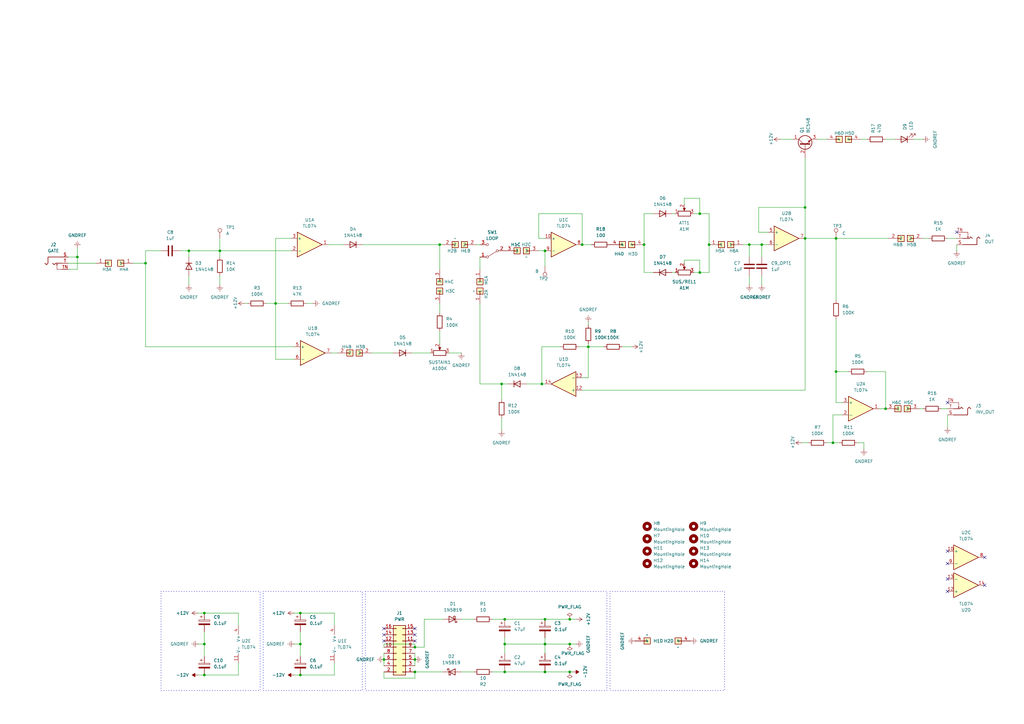
<source format=kicad_sch>
(kicad_sch (version 20230121) (generator eeschema)
  (paper "A3")
  (lib_symbols
    (symbol "Amplifier_Operational:TL074" (pin_names (offset 0.127))
      (property "Reference" "U" (at 0 5.08 0))
      (property "Value" "TL074" (at 0 -5.08 0))
      (symbol "TL074_1_1"
        (pin output line (at 7.62 0 180) (length 2.54) (name "~") (number "1"))
        (pin input line (at -7.62 -2.54 0) (length 2.54) (name "-") (number "2"))
        (pin input line (at -7.62 2.54 0) (length 2.54) (name "+") (number "3"))
      )
      (symbol "TL074_2_1"
        (pin input line (at -7.62 2.54 0) (length 2.54) (name "+") (number "5"))
        (pin input line (at -7.62 -2.54 0) (length 2.54) (name "-") (number "6"))
        (pin output line (at 7.62 0 180) (length 2.54) (name "~") (number "7"))
      )
      (symbol "TL074_3_1"
        (pin input line (at -7.62 2.54 0) (length 2.54) (name "+") (number "10"))
        (pin output line (at 7.62 0 180) (length 2.54) (name "~") (number "8"))
        (pin input line (at -7.62 -2.54 0) (length 2.54) (name "-") (number "9"))
      )
      (symbol "TL074_4_1"
        (pin input line (at -7.62 2.54 0) (length 2.54) (name "+") (number "12"))
        (pin input line (at -7.62 -2.54 0) (length 2.54) (name "-") (number "13"))
        (pin output line (at 7.62 0 180) (length 2.54) (name "~") (number "14"))
      )
      (symbol "TL074_5_1"
        (pin power_in line (at -2.54 -7.62 90) (length 3.81) (name "V-") (number "11"))
        (pin power_in line (at -2.54 7.62 270) (length 3.81) (name "V+") (number "4"))
      )
    )
    (symbol "Connector:TestPoint" (pin_numbers hide) (pin_names (offset 0.762) hide)
      (property "Reference" "TP" (at 0 6.858 0))
      (property "Value" "TestPoint" (at 0 5.08 0))
      (symbol "TestPoint_1_1"
        (pin passive line (at 0 0 90) (length 2.54) (name "1") (number "1"))
      )
    )
    (symbol "Device:C" (pin_numbers hide) (pin_names (offset 0.254))
      (property "Reference" "C" (at 0.635 2.54 0))
      (property "Value" "C" (at 0.635 -2.54 0))
      (symbol "C_1_1"
        (pin passive line (at 0 3.81 270) (length 2.794) (name "~") (number "1"))
        (pin passive line (at 0 -3.81 90) (length 2.794) (name "~") (number "2"))
      )
    )
    (symbol "Device:C_Polarized" (pin_numbers hide) (pin_names (offset 0.254))
      (property "Reference" "C" (at 0.635 2.54 0))
      (property "Value" "C_Polarized" (at 0.635 -2.54 0))
      (symbol "C_Polarized_1_1"
        (pin passive line (at 0 3.81 270) (length 2.794) (name "~") (number "1"))
        (pin passive line (at 0 -3.81 90) (length 2.794) (name "~") (number "2"))
      )
    )
    (symbol "Device:LED" (pin_numbers hide) (pin_names (offset 1.016) hide)
      (property "Reference" "D" (at 0 2.54 0))
      (property "Value" "LED" (at 0 -2.54 0))
      (symbol "LED_1_1"
        (pin passive line (at -3.81 0 0) (length 2.54) (name "K") (number "1"))
        (pin passive line (at 3.81 0 180) (length 2.54) (name "A") (number "2"))
      )
    )
    (symbol "Device:R" (pin_numbers hide) (pin_names (offset 0))
      (property "Reference" "R" (at 2.032 0 90))
      (property "Value" "R" (at 0 0 90))
      (symbol "R_1_1"
        (pin passive line (at 0 3.81 270) (length 1.27) (name "~") (number "1"))
        (pin passive line (at 0 -3.81 90) (length 1.27) (name "~") (number "2"))
      )
    )
    (symbol "Device:R_Potentiometer" (pin_names (offset 1.016) hide)
      (property "Reference" "RV" (at -4.445 0 90))
      (property "Value" "R_Potentiometer" (at -2.54 0 90))
      (symbol "R_Potentiometer_1_1"
        (pin passive line (at 0 3.81 270) (length 1.27) (name "1") (number "1"))
        (pin passive line (at 3.81 0 180) (length 1.27) (name "2") (number "2"))
        (pin passive line (at 0 -3.81 90) (length 1.27) (name "3") (number "3"))
      )
    )
    (symbol "Diode:1N4148" (pin_numbers hide) (pin_names hide)
      (property "Reference" "D" (at 0 2.54 0))
      (property "Value" "1N4148" (at 0 -2.54 0))
      (symbol "1N4148_1_1"
        (pin passive line (at -3.81 0 0) (length 2.54) (name "K") (number "1"))
        (pin passive line (at 3.81 0 180) (length 2.54) (name "A") (number "2"))
      )
    )
    (symbol "Diode:1N5819" (pin_numbers hide) (pin_names (offset 1.016) hide)
      (property "Reference" "D" (at 0 2.54 0))
      (property "Value" "1N5819" (at 0 -2.54 0))
      (symbol "1N5819_1_1"
        (pin passive line (at -3.81 0 0) (length 2.54) (name "K") (number "1"))
        (pin passive line (at 3.81 0 180) (length 2.54) (name "A") (number "2"))
      )
    )
    (symbol "Mechanical:MountingHole" (pin_names (offset 1.016))
      (property "Reference" "H" (at 0 5.08 0))
      (property "Value" "MountingHole" (at 0 3.175 0))
    )
    (symbol "Synth_Custom:AudioJack2_PJ398SM"
      (property "Reference" "J" (at 0 8.89 0))
      (property "Value" "AudioJack2_PJ398SM" (at 0 6.35 0))
      (symbol "AudioJack2_PJ398SM_1_1"
        (pin passive line (at 5.08 2.54 180) (length 2.54) (name "~") (number "S"))
        (pin passive line (at 5.08 0 180) (length 2.54) (name "~") (number "T"))
        (pin passive line (at 5.08 -2.54 180) (length 2.54) (name "~") (number "TN"))
      )
    )
    (symbol "Synth_Custom:CONN_Header_01x04"
      (property "Reference" "H" (at 2.54 0 0))
      (symbol "CONN_Header_01x04_1_1"
        (pin passive line (at -5.08 0 0) (length 3.81) (name "1") (number "1"))
      )
      (symbol "CONN_Header_01x04_2_1"
        (pin passive line (at -5.08 0 0) (length 3.81) (name "2") (number "2"))
      )
      (symbol "CONN_Header_01x04_3_1"
        (pin passive line (at -5.08 0 0) (length 3.81) (name "3") (number "3"))
      )
      (symbol "CONN_Header_01x04_4_1"
        (pin passive line (at -5.08 0 0) (length 3.81) (name "4") (number "4"))
      )
    )
    (symbol "Synth_Custom:CONN_Socket_01x04"
      (property "Reference" "H" (at 2.54 0 0))
      (symbol "CONN_Socket_01x04_1_1"
        (pin passive line (at -5.08 0 0) (length 3.81) (name "1") (number "1"))
      )
      (symbol "CONN_Socket_01x04_2_1"
        (pin passive line (at -5.08 0 0) (length 3.81) (name "2") (number "2"))
      )
      (symbol "CONN_Socket_01x04_3_1"
        (pin passive line (at -5.08 0 0) (length 3.81) (name "3") (number "3"))
      )
      (symbol "CONN_Socket_01x04_4_1"
        (pin passive line (at -5.08 0 0) (length 3.81) (name "4") (number "4"))
      )
    )
    (symbol "Synth_Custom:Conn_02x08_PWR_Eurorack" (pin_names (offset 1.016) hide)
      (property "Reference" "J" (at 1.27 10.16 0))
      (property "Value" "Conn_02x08_PWR_Eurorack" (at 1.27 -12.7 0))
      (symbol "Conn_02x08_PWR_Eurorack_1_1"
        (pin passive line (at -5.08 7.62 0) (length 3.81) (name "-12V") (number "1"))
        (pin passive line (at 7.62 -2.54 180) (length 3.81) (name "+12V") (number "10"))
        (pin passive line (at -5.08 -5.08 0) (length 3.81) (name "+5V") (number "11"))
        (pin passive line (at 7.62 -5.08 180) (length 3.81) (name "+5V") (number "12"))
        (pin passive line (at -5.08 -7.62 0) (length 3.81) (name "CV") (number "13"))
        (pin passive line (at 7.62 -7.62 180) (length 3.81) (name "CV") (number "14"))
        (pin passive line (at -5.08 -10.16 0) (length 3.81) (name "GATE") (number "15"))
        (pin passive line (at 7.62 -10.16 180) (length 3.81) (name "GATE") (number "16"))
        (pin passive line (at 7.62 7.62 180) (length 3.81) (name "-12V") (number "2"))
        (pin passive line (at -5.08 5.08 0) (length 3.81) (name "GND") (number "3"))
        (pin passive line (at 7.62 5.08 180) (length 3.81) (name "GND") (number "4"))
        (pin passive line (at -5.08 2.54 0) (length 3.81) (name "GND") (number "5"))
        (pin passive line (at 7.62 2.54 180) (length 3.81) (name "GND") (number "6"))
        (pin passive line (at -5.08 0 0) (length 3.81) (name "GND") (number "7"))
        (pin passive line (at 7.62 0 180) (length 3.81) (name "GND") (number "8"))
        (pin passive line (at -5.08 -2.54 0) (length 3.81) (name "+12V") (number "9"))
      )
    )
    (symbol "Synth_Custom:SW_SPDT" (pin_names (offset 0) hide)
      (property "Reference" "SW" (at 0 5.08 0))
      (property "Value" "SW_SPDT" (at 0 -5.08 0))
      (symbol "SW_SPDT_1_1"
        (pin passive line (at 5.08 2.54 180) (length 2.54) (name "A") (number "1"))
        (pin passive line (at -5.08 0 0) (length 2.54) (name "B") (number "2"))
        (pin passive line (at 5.08 -2.54 180) (length 2.54) (name "C") (number "3"))
      )
    )
    (symbol "Transistor_BJT:BC548" (pin_names (offset 0) hide)
      (property "Reference" "Q" (at 5.08 1.905 0))
      (property "Value" "BC548" (at 5.08 0 0))
      (symbol "BC548_1_1"
        (pin passive line (at 2.54 5.08 270) (length 2.54) (name "C") (number "1"))
        (pin input line (at -5.08 0 0) (length 5.08) (name "B") (number "2"))
        (pin passive line (at 2.54 -5.08 90) (length 2.54) (name "E") (number "3"))
      )
    )
    (symbol "power:+12V" (power) (pin_names (offset 0))
      (property "Value" "+12V" (at 0 3.556 0))
      (symbol "+12V_1_1"
        (pin power_in line (at 0 0 90) (length 0) hide (name "+12V") (number "1"))
      )
    )
    (symbol "power:-12V" (power) (pin_names (offset 0))
      (property "Value" "-12V" (at 0 3.81 0))
      (symbol "-12V_0_0"
        (pin power_in line (at 0 0 90) (length 0) hide (name "-12V") (number "1"))
      )
    )
    (symbol "power:GNDREF" (power) (pin_names (offset 0))
      (property "Value" "GNDREF" (at 0 -3.81 0))
      (symbol "GNDREF_1_1"
        (pin power_in line (at 0 0 270) (length 0) hide (name "GNDREF") (number "1"))
      )
    )
    (symbol "power:PWR_FLAG" (power) (pin_numbers hide) (pin_names (offset 0) hide)
      (property "Value" "PWR_FLAG" (at 0 3.81 0))
      (symbol "PWR_FLAG_0_0"
        (pin power_out line (at 0 0 90) (length 0) (name "pwr") (number "1"))
      )
    )
  )
  (junction (at 363.22 167.64))
  (junction (at 341.63 181.61))
  (junction (at 83.82 264.16))
  (junction (at 113.03 124.46))
  (junction (at 123.19 264.16))
  (junction (at 207.01 264.16))
  (junction (at 233.68 275.59))
  (junction (at 83.82 276.86))
  (junction (at 205.74 157.48))
  (junction (at 223.52 264.16))
  (junction (at 312.42 100.33))
  (junction (at 157.48 270.51))
  (junction (at 222.25 157.48))
  (junction (at 290.83 100.33))
  (junction (at 233.68 254))
  (junction (at 223.52 254))
  (junction (at 170.18 275.59))
  (junction (at 170.18 265.43))
  (junction (at 238.76 100.33))
  (junction (at 342.9 97.79))
  (junction (at 307.34 100.33))
  (junction (at 90.17 102.87))
  (junction (at 207.01 254))
  (junction (at 170.18 270.51))
  (junction (at 123.19 276.86))
  (junction (at 59.69 107.95))
  (junction (at 342.9 152.4))
  (junction (at 83.82 251.46))
  (junction (at 207.01 275.59))
  (junction (at 31.75 105.41))
  (junction (at 233.68 264.16))
  (junction (at 241.3 142.24))
  (junction (at 264.16 100.33))
  (junction (at 180.34 100.33))
  (junction (at 287.02 87.63))
  (junction (at 223.52 102.87))
  (junction (at 77.47 102.87))
  (junction (at 287.02 111.76))
  (junction (at 330.2 97.79))
  (junction (at 330.2 85.09))
  (junction (at 223.52 275.59))
  (junction (at 123.19 251.46))
  (no_connect (at 170.18 257.81))
  (no_connect (at 157.48 257.81))
  (no_connect (at 403.86 228.6))
  (no_connect (at 157.48 260.35))
  (no_connect (at 157.48 262.89))
  (no_connect (at 170.18 260.35))
  (no_connect (at 403.86 240.03))
  (no_connect (at 392.43 95.25))
  (no_connect (at 388.62 231.14))
  (no_connect (at 388.62 165.1))
  (no_connect (at 388.62 226.06))
  (no_connect (at 388.62 237.49))
  (no_connect (at 170.18 262.89))
  (no_connect (at 388.62 242.57))
  (wire (pts (xy 137.16 271.78) (xy 137.16 276.86)))
  (wire (pts (xy 264.16 111.76) (xy 264.16 100.33)))
  (wire (pts (xy 170.18 278.13) (xy 170.18 275.59)))
  (wire (pts (xy 27.94 110.49) (xy 31.75 110.49)))
  (wire (pts (xy 312.42 113.03) (xy 312.42 116.84)))
  (wire (pts (xy 354.33 184.15) (xy 354.33 181.61)))
  (wire (pts (xy 97.79 251.46) (xy 97.79 256.54)))
  (wire (pts (xy 83.82 259.08) (xy 83.82 264.16)))
  (wire (pts (xy 180.34 100.33) (xy 181.61 100.33)))
  (wire (pts (xy 120.65 276.86) (xy 123.19 276.86)))
  (wire (pts (xy 173.99 254) (xy 181.61 254)))
  (wire (pts (xy 77.47 102.87) (xy 73.66 102.87)))
  (wire (pts (xy 311.15 85.09) (xy 311.15 95.25)))
  (wire (pts (xy 287.02 111.76) (xy 284.48 111.76)))
  (wire (pts (xy 290.83 111.76) (xy 287.02 111.76)))
  (wire (pts (xy 170.18 264.16) (xy 157.48 264.16)))
  (wire (pts (xy 170.18 265.43) (xy 170.18 264.16)))
  (wire (pts (xy 100.33 124.46) (xy 101.6 124.46)))
  (wire (pts (xy 170.18 267.97) (xy 170.18 270.51)))
  (wire (pts (xy 180.34 135.89) (xy 180.34 140.97)))
  (wire (pts (xy 90.17 113.03) (xy 90.17 116.84)))
  (wire (pts (xy 113.03 124.46) (xy 113.03 97.79)))
  (wire (pts (xy 284.48 87.63) (xy 287.02 87.63)))
  (wire (pts (xy 180.34 110.49) (xy 180.34 100.33)))
  (wire (pts (xy 307.34 113.03) (xy 307.34 116.84)))
  (wire (pts (xy 238.76 160.02) (xy 330.2 160.02)))
  (wire (pts (xy 222.25 157.48) (xy 223.52 157.48)))
  (wire (pts (xy 342.9 97.79) (xy 342.9 123.19)))
  (wire (pts (xy 320.04 57.15) (xy 325.12 57.15)))
  (wire (pts (xy 220.98 87.63) (xy 238.76 87.63)))
  (wire (pts (xy 353.06 57.15) (xy 355.6 57.15)))
  (wire (pts (xy 205.74 171.45) (xy 205.74 176.53)))
  (wire (pts (xy 280.67 81.28) (xy 287.02 81.28)))
  (wire (pts (xy 120.65 142.24) (xy 59.69 142.24)))
  (wire (pts (xy 123.19 259.08) (xy 123.19 264.16)))
  (wire (pts (xy 123.19 264.16) (xy 123.19 269.24)))
  (wire (pts (xy 341.63 181.61) (xy 344.17 181.61)))
  (wire (pts (xy 128.27 124.46) (xy 125.73 124.46)))
  (wire (pts (xy 208.28 157.48) (xy 205.74 157.48)))
  (wire (pts (xy 120.65 147.32) (xy 113.03 147.32)))
  (wire (pts (xy 378.46 57.15) (xy 374.65 57.15)))
  (wire (pts (xy 255.27 142.24) (xy 259.08 142.24)))
  (wire (pts (xy 83.82 264.16) (xy 83.82 269.24)))
  (wire (pts (xy 223.52 275.59) (xy 233.68 275.59)))
  (wire (pts (xy 223.52 264.16) (xy 233.68 264.16)))
  (wire (pts (xy 247.65 142.24) (xy 241.3 142.24)))
  (wire (pts (xy 196.85 157.48) (xy 205.74 157.48)))
  (wire (pts (xy 157.48 275.59) (xy 157.48 278.13)))
  (wire (pts (xy 195.58 100.33) (xy 196.85 100.33)))
  (wire (pts (xy 196.85 105.41) (xy 196.85 110.49)))
  (wire (pts (xy 90.17 102.87) (xy 77.47 102.87)))
  (wire (pts (xy 280.67 106.68) (xy 280.67 107.95)))
  (wire (pts (xy 90.17 102.87) (xy 119.38 102.87)))
  (wire (pts (xy 189.23 275.59) (xy 194.31 275.59)))
  (wire (pts (xy 170.18 270.51) (xy 170.18 273.05)))
  (wire (pts (xy 392.43 100.33) (xy 392.43 102.87)))
  (wire (pts (xy 137.16 251.46) (xy 137.16 256.54)))
  (wire (pts (xy 339.09 181.61) (xy 341.63 181.61)))
  (wire (pts (xy 207.01 261.62) (xy 207.01 264.16)))
  (wire (pts (xy 388.62 170.18) (xy 388.62 175.26)))
  (wire (pts (xy 238.76 87.63) (xy 238.76 100.33)))
  (wire (pts (xy 354.33 181.61) (xy 351.79 181.61)))
  (wire (pts (xy 31.75 110.49) (xy 31.75 105.41)))
  (wire (pts (xy 342.9 97.79) (xy 364.49 97.79)))
  (wire (pts (xy 238.76 100.33) (xy 242.57 100.33)))
  (wire (pts (xy 342.9 152.4) (xy 347.98 152.4)))
  (wire (pts (xy 123.19 264.16) (xy 120.65 264.16)))
  (wire (pts (xy 113.03 147.32) (xy 113.03 124.46)))
  (wire (pts (xy 196.85 124.46) (xy 196.85 157.48)))
  (wire (pts (xy 233.68 275.59) (xy 234.95 275.59)))
  (wire (pts (xy 330.2 85.09) (xy 311.15 85.09)))
  (wire (pts (xy 83.82 264.16) (xy 81.28 264.16)))
  (wire (pts (xy 280.67 81.28) (xy 280.67 83.82)))
  (wire (pts (xy 330.2 64.77) (xy 330.2 85.09)))
  (wire (pts (xy 123.19 276.86) (xy 137.16 276.86)))
  (wire (pts (xy 342.9 130.81) (xy 342.9 152.4)))
  (wire (pts (xy 180.34 124.46) (xy 180.34 128.27)))
  (wire (pts (xy 307.34 105.41) (xy 307.34 100.33)))
  (wire (pts (xy 267.97 111.76) (xy 264.16 111.76)))
  (wire (pts (xy 90.17 97.79) (xy 90.17 102.87)))
  (wire (pts (xy 207.01 254) (xy 223.52 254)))
  (wire (pts (xy 27.94 107.95) (xy 39.37 107.95)))
  (wire (pts (xy 290.83 100.33) (xy 290.83 111.76)))
  (wire (pts (xy 157.48 267.97) (xy 157.48 270.51)))
  (wire (pts (xy 83.82 251.46) (xy 97.79 251.46)))
  (wire (pts (xy 386.08 167.64) (xy 388.62 167.64)))
  (wire (pts (xy 222.25 142.24) (xy 222.25 157.48)))
  (wire (pts (xy 342.9 165.1) (xy 345.44 165.1)))
  (wire (pts (xy 233.68 264.16) (xy 236.22 264.16)))
  (wire (pts (xy 341.63 170.18) (xy 341.63 181.61)))
  (wire (pts (xy 81.28 276.86) (xy 83.82 276.86)))
  (wire (pts (xy 77.47 116.84) (xy 77.47 113.03)))
  (wire (pts (xy 237.49 142.24) (xy 241.3 142.24)))
  (wire (pts (xy 220.98 102.87) (xy 223.52 102.87)))
  (wire (pts (xy 363.22 152.4) (xy 363.22 167.64)))
  (wire (pts (xy 113.03 97.79) (xy 119.38 97.79)))
  (wire (pts (xy 377.19 167.64) (xy 378.46 167.64)))
  (wire (pts (xy 290.83 87.63) (xy 290.83 100.33)))
  (wire (pts (xy 173.99 254) (xy 173.99 265.43)))
  (wire (pts (xy 267.97 87.63) (xy 264.16 87.63)))
  (wire (pts (xy 223.52 254) (xy 233.68 254)))
  (wire (pts (xy 378.46 97.79) (xy 381 97.79)))
  (wire (pts (xy 275.59 111.76) (xy 276.86 111.76)))
  (wire (pts (xy 275.59 87.63) (xy 276.86 87.63)))
  (wire (pts (xy 330.2 97.79) (xy 330.2 85.09)))
  (wire (pts (xy 280.67 106.68) (xy 287.02 106.68)))
  (wire (pts (xy 241.3 142.24) (xy 241.3 140.97)))
  (wire (pts (xy 207.01 264.16) (xy 207.01 267.97)))
  (wire (pts (xy 170.18 275.59) (xy 181.61 275.59)))
  (wire (pts (xy 180.34 100.33) (xy 148.59 100.33)))
  (wire (pts (xy 201.93 275.59) (xy 207.01 275.59)))
  (wire (pts (xy 307.34 100.33) (xy 312.42 100.33)))
  (wire (pts (xy 287.02 106.68) (xy 287.02 111.76)))
  (wire (pts (xy 201.93 254) (xy 207.01 254)))
  (wire (pts (xy 207.01 275.59) (xy 223.52 275.59)))
  (wire (pts (xy 287.02 81.28) (xy 287.02 87.63)))
  (wire (pts (xy 184.15 144.78) (xy 189.23 144.78)))
  (wire (pts (xy 311.15 95.25) (xy 314.96 95.25)))
  (wire (pts (xy 229.87 142.24) (xy 222.25 142.24)))
  (wire (pts (xy 220.98 97.79) (xy 223.52 97.79)))
  (wire (pts (xy 233.68 254) (xy 236.22 254)))
  (wire (pts (xy 312.42 100.33) (xy 314.96 100.33)))
  (wire (pts (xy 157.48 270.51) (xy 157.48 273.05)))
  (wire (pts (xy 109.22 124.46) (xy 113.03 124.46)))
  (wire (pts (xy 157.48 278.13) (xy 170.18 278.13)))
  (wire (pts (xy 54.61 107.95) (xy 59.69 107.95)))
  (wire (pts (xy 120.65 251.46) (xy 123.19 251.46)))
  (wire (pts (xy 83.82 276.86) (xy 97.79 276.86)))
  (wire (pts (xy 207.01 264.16) (xy 223.52 264.16)))
  (wire (pts (xy 189.23 254) (xy 194.31 254)))
  (wire (pts (xy 59.69 102.87) (xy 59.69 107.95)))
  (wire (pts (xy 264.16 87.63) (xy 264.16 100.33)))
  (wire (pts (xy 330.2 97.79) (xy 342.9 97.79)))
  (wire (pts (xy 168.91 144.78) (xy 176.53 144.78)))
  (wire (pts (xy 312.42 105.41) (xy 312.42 100.33)))
  (wire (pts (xy 66.04 102.87) (xy 59.69 102.87)))
  (wire (pts (xy 97.79 271.78) (xy 97.79 276.86)))
  (wire (pts (xy 330.2 160.02) (xy 330.2 97.79)))
  (wire (pts (xy 304.8 100.33) (xy 307.34 100.33)))
  (wire (pts (xy 223.52 264.16) (xy 223.52 267.97)))
  (wire (pts (xy 173.99 265.43) (xy 170.18 265.43)))
  (wire (pts (xy 123.19 251.46) (xy 137.16 251.46)))
  (wire (pts (xy 223.52 261.62) (xy 223.52 264.16)))
  (wire (pts (xy 118.11 124.46) (xy 113.03 124.46)))
  (wire (pts (xy 220.98 97.79) (xy 220.98 87.63)))
  (wire (pts (xy 205.74 157.48) (xy 205.74 163.83)))
  (wire (pts (xy 342.9 152.4) (xy 342.9 165.1)))
  (wire (pts (xy 81.28 251.46) (xy 83.82 251.46)))
  (wire (pts (xy 360.68 167.64) (xy 363.22 167.64)))
  (wire (pts (xy 328.93 181.61) (xy 331.47 181.61)))
  (wire (pts (xy 287.02 87.63) (xy 290.83 87.63)))
  (wire (pts (xy 135.89 144.78) (xy 138.43 144.78)))
  (wire (pts (xy 27.94 105.41) (xy 31.75 105.41)))
  (wire (pts (xy 152.4 144.78) (xy 161.29 144.78)))
  (wire (pts (xy 241.3 132.08) (xy 241.3 133.35)))
  (wire (pts (xy 355.6 152.4) (xy 363.22 152.4)))
  (wire (pts (xy 238.76 154.94) (xy 241.3 154.94)))
  (wire (pts (xy 223.52 109.22) (xy 223.52 102.87)))
  (wire (pts (xy 134.62 100.33) (xy 140.97 100.33)))
  (wire (pts (xy 59.69 107.95) (xy 59.69 142.24)))
  (wire (pts (xy 157.48 264.16) (xy 157.48 265.43)))
  (wire (pts (xy 222.25 157.48) (xy 215.9 157.48)))
  (wire (pts (xy 77.47 105.41) (xy 77.47 102.87)))
  (wire (pts (xy 388.62 97.79) (xy 392.43 97.79)))
  (wire (pts (xy 367.03 57.15) (xy 363.22 57.15)))
  (wire (pts (xy 341.63 170.18) (xy 345.44 170.18)))
  (wire (pts (xy 90.17 105.41) (xy 90.17 102.87)))
  (wire (pts (xy 335.28 57.15) (xy 339.09 57.15)))
  (wire (pts (xy 241.3 142.24) (xy 241.3 154.94)))
  (wire (pts (xy 31.75 105.41) (xy 31.75 101.6)))
  (rectangle (start 66.04 242.57) (end 106.68 283.21) (stroke (width 0.25) (type dot)))
  (rectangle (start 250.19 242.57) (end 297.18 283.21) (stroke (width 0.25) (type dot)))
  (rectangle (start 149.86 242.57) (end 248.92 283.21) (stroke (width 0.25) (type dot)))
  (rectangle (start 107.95 242.57) (end 148.59 283.21) (stroke (width 0.25) (type dot)))
  (symbol (lib_id "Connector:TestPoint") (at 342.9 97.79 0) (unit 1)
    (property "Reference" "TP3" (at 341.63 92.71 0) (effects (justify left)))
    (property "Value" "C" (at 345.44 95.758 0) (effects (justify left)))
  )
  (symbol (lib_id "power:+12V") (at 81.28 251.46 90) (unit 1)
    (property "Reference" "#PWR031" (effects hide))
    (property "Value" "+12V" (at 77.47 251.46 90) (effects (justify left)))
  )
  (symbol (lib_id "Connector:TestPoint") (at 90.17 97.79 0) (unit 1)
    (property "Reference" "TP1" (at 92.71 93.218 0) (effects (justify left)))
    (property "Value" "A" (at 92.71 95.758 0) (effects (justify left)))
  )
  (symbol (lib_id "Device:R") (at 335.28 181.61 90) (unit 1)
    (property "Reference" "R7" (at 335.28 175.26 90))
    (property "Value" "100K" (at 335.28 177.8 90))
    (property "Footprint" "synth-custom:R_Axial_DIN0207_L6.3mm_D2.5mm_P7.62mm_Horizontal" (effects hide))
  )
  (symbol (lib_id "Mechanical:MountingHole") (at 284.48 215.9 0) (unit 1)
    (property "Reference" "H9" (at 287.02 214.63 0) (effects (justify left)))
    (property "Value" "MountingHole" (at 287.02 217.17 0) (effects (justify left)))
    (property "Footprint" "MountingHole:MountingHole_2.5mm" (effects hide))
  )
  (symbol (lib_id "Device:R_Potentiometer") (at 280.67 87.63 90) (unit 1)
    (property "Reference" "ATT1" (at 280.67 91.44 90))
    (property "Value" "A1M" (at 280.67 93.98 90))
    (property "Footprint" "Potentiometer_THT:Potentiometer_TT_P0915N" (effects hide))
  )
  (symbol (lib_id "Device:R_Potentiometer") (at 280.67 111.76 90) (unit 1)
    (property "Reference" "SUS/REL1" (at 280.67 115.57 90))
    (property "Value" "A1M" (at 280.67 118.11 90))
    (property "Footprint" "Potentiometer_THT:Potentiometer_TT_P0915N" (effects hide))
  )
  (symbol (lib_id "Amplifier_Operational:TL074") (at 231.14 157.48 180) (unit 4)
    (property "Reference" "U1" (at 231.14 147.32 0))
    (property "Value" "TL074" (at 231.14 149.86 0))
    (property "Footprint" "Package_DIP:DIP-14_W7.62mm_Socket_LongPads" (effects hide))
    (property "Datasheet" "http://www.ti.com/lit/ds/symlink/tl071.pdf" (effects hide))
  )
  (symbol (lib_id "Synth_Custom:CONN_Header_01x04") (at 190.5 100.33 180) (unit 2)
    (property "Reference" "H1" (at 193.04 102.87 0) (effects (justify left)))
    (property "Value" "~" (at 190.5 102.87 0))
    (property "Footprint" "synth-custom:PinHeader_1x04_P2.00mm_Vertical" (effects hide))
  )
  (symbol (lib_id "Device:R") (at 382.27 167.64 90) (unit 1)
    (property "Reference" "R16" (at 382.27 161.29 90))
    (property "Value" "1K" (at 382.27 163.83 90))
    (property "Footprint" "synth-custom:R_Axial_DIN0207_L6.3mm_D2.5mm_P7.62mm_Horizontal" (effects hide))
  )
  (symbol (lib_id "Device:R") (at 384.81 97.79 270) (mirror x) (unit 1)
    (property "Reference" "R15" (at 384.81 91.44 90))
    (property "Value" "1K" (at 384.81 93.98 90))
    (property "Footprint" "synth-custom:R_Axial_DIN0207_L6.3mm_D2.5mm_P7.62mm_Horizontal" (effects hide))
  )
  (symbol (lib_id "power:-12V") (at 234.95 275.59 270) (unit 1)
    (property "Reference" "#PWR02" (effects hide))
    (property "Value" "-12V" (at 240.03 275.59 0))
  )
  (symbol (lib_id "Synth_Custom:CONN_Header_01x04") (at 259.08 100.33 180) (unit 4)
    (property "Reference" "H3" (at 261.62 104.14 0) (effects (justify left)))
    (property "Value" "TOP_8_SGL" (effects hide))
    (property "Footprint" "synth-custom:PinHeader_1x04_P2.00mm_Vertical" (effects hide))
  )
  (symbol (lib_id "Synth_Custom:CONN_Socket_01x04") (at 143.51 144.78 0) (unit 2)
    (property "Reference" "H4" (at 142.24 142.24 0))
    (property "Value" "BTM_8_SGL" (effects hide))
    (property "Footprint" "synth-custom:PinSocket_1x04_P2.00mm_Vertical" (effects hide))
  )
  (symbol (lib_id "Diode:1N4148") (at 144.78 100.33 180) (unit 1)
    (property "Reference" "D4" (at 144.78 93.98 0))
    (property "Value" "1N4148" (at 144.78 96.52 0))
    (property "Footprint" "Diode_THT:D_DO-35_SOD27_P7.62mm_Horizontal" (effects hide))
    (property "Datasheet" "https://assets.nexperia.com/documents/data-sheet/1N4148_1N4448.pdf" (effects hide))
    (property "Sim.Device" "D" (effects hide))
    (property "Sim.Pins" "1=K 2=A" (effects hide))
  )
  (symbol (lib_id "Synth_Custom:CONN_Socket_01x04") (at 196.85 119.38 90) (unit 1)
    (property "Reference" "H2" (at 199.39 120.65 0))
    (property "Value" "~" (at 194.31 119.38 0))
    (property "Footprint" "synth-custom:PinSocket_1x04_P2.00mm_Vertical" (effects hide))
  )
  (symbol (lib_id "Synth_Custom:CONN_Socket_01x04") (at 299.72 100.33 180) (unit 1)
    (property "Reference" "H6" (at 300.99 102.87 0))
    (property "Value" "BTM_8_SGL" (effects hide))
    (property "Footprint" "synth-custom:PinSocket_1x04_P2.00mm_Vertical" (effects hide))
  )
  (symbol (lib_id "Amplifier_Operational:TL074") (at 100.33 264.16 0) (unit 5)
    (property "Reference" "U2" (at 99.06 262.89 0) (effects (justify left)))
    (property "Value" "TL074" (at 99.06 265.43 0) (effects (justify left)))
    (property "Footprint" "Package_DIP:DIP-14_W7.62mm_Socket_LongPads" (effects hide))
    (property "Datasheet" "http://www.ti.com/lit/ds/symlink/tl071.pdf" (effects hide))
  )
  (symbol (lib_id "Mechanical:MountingHole") (at 284.48 231.14 0) (unit 1)
    (property "Reference" "H14" (at 287.02 229.87 0) (effects (justify left)))
    (property "Value" "MountingHole" (at 287.02 232.41 0) (effects (justify left)))
    (property "Footprint" "MountingHole:MountingHole_2.5mm" (effects hide))
  )
  (symbol (lib_id "Device:C_Polarized") (at 123.19 273.05 0) (unit 1)
    (property "Reference" "C6" (at 127 270.891 0) (effects (justify left)))
    (property "Value" "0.1uF" (at 127 273.431 0) (effects (justify left)))
    (property "Footprint" "Capacitor_THT:CP_Radial_D4.0mm_P2.00mm" (effects hide))
  )
  (symbol (lib_id "Synth_Custom:CONN_Socket_01x04") (at 369.57 97.79 0) (unit 2)
    (property "Reference" "H6" (at 368.3 100.33 0))
    (property "Value" "BTM_8_SGL" (effects hide))
    (property "Footprint" "synth-custom:PinSocket_1x04_P2.00mm_Vertical" (effects hide))
  )
  (symbol (lib_id "Device:C") (at 312.42 109.22 0) (unit 1)
    (property "Reference" "C9_OPT1" (at 316.23 107.95 0) (effects (justify left)))
    (property "Value" "1uF" (at 316.23 110.49 0) (effects (justify left)))
    (property "Footprint" "synth-custom:C_RECT_MKT_1uF" (effects hide))
  )
  (symbol (lib_id "power:GNDREF") (at 81.28 264.16 270) (unit 1)
    (property "Reference" "#PWR032" (effects hide))
    (property "Value" "GNDREF" (at 77.47 264.16 90) (effects (justify right)))
  )
  (symbol (lib_id "Diode:1N5819") (at 185.42 275.59 0) (unit 1)
    (property "Reference" "D2" (at 185.1025 269.24 0))
    (property "Value" "1N5819" (at 185.1025 271.78 0))
    (property "Footprint" "Diode_THT:D_DO-41_SOD81_P10.16mm_Horizontal" (effects hide))
    (property "Datasheet" "http://www.vishay.com/docs/88525/1n5817.pdf" (effects hide))
  )
  (symbol (lib_id "Diode:1N4148") (at 77.47 109.22 270) (unit 1)
    (property "Reference" "D3" (at 80.01 107.95 90) (effects (justify left)))
    (property "Value" "1N4148" (at 80.01 110.49 90) (effects (justify left)))
    (property "Footprint" "Diode_THT:D_DO-35_SOD27_P7.62mm_Horizontal" (effects hide))
    (property "Datasheet" "https://assets.nexperia.com/documents/data-sheet/1N4148_1N4448.pdf" (effects hide))
    (property "Sim.Device" "D" (effects hide))
    (property "Sim.Pins" "1=K 2=A" (effects hide))
  )
  (symbol (lib_id "Device:R") (at 105.41 124.46 90) (unit 1)
    (property "Reference" "R3" (at 105.41 118.11 90))
    (property "Value" "100K" (at 105.41 120.65 90))
    (property "Footprint" "synth-custom:R_Axial_DIN0207_L6.3mm_D2.5mm_P7.62mm_Horizontal" (effects hide))
  )
  (symbol (lib_id "power:+12V") (at 259.08 142.24 270) (unit 1)
    (property "Reference" "#PWR027" (effects hide))
    (property "Value" "+12V" (at 262.89 139.7 0) (effects (justify left)))
  )
  (symbol (lib_id "Device:LED") (at 370.84 57.15 180) (unit 1)
    (property "Reference" "D9" (at 371.1575 53.34 90) (effects (justify right)))
    (property "Value" "LED" (at 373.6975 53.34 90) (effects (justify right)))
    (property "Footprint" "LED_THT:LED_D3.0mm" (effects hide))
  )
  (symbol (lib_id "Diode:1N4148") (at 212.09 157.48 0) (unit 1)
    (property "Reference" "D8" (at 212.09 151.13 0))
    (property "Value" "1N4148" (at 212.09 153.67 0))
    (property "Footprint" "Diode_THT:D_DO-35_SOD27_P7.62mm_Horizontal" (effects hide))
    (property "Datasheet" "https://assets.nexperia.com/documents/data-sheet/1N4148_1N4448.pdf" (effects hide))
    (property "Sim.Device" "D" (effects hide))
    (property "Sim.Pins" "1=K 2=A" (effects hide))
  )
  (symbol (lib_id "Device:R") (at 198.12 275.59 90) (unit 1)
    (property "Reference" "R2" (at 198.12 280.67 90))
    (property "Value" "10" (at 198.12 278.13 90))
    (property "Footprint" "synth-custom:R_Axial_DIN0207_L6.3mm_D2.5mm_P7.62mm_Horizontal" (effects hide))
  )
  (symbol (lib_id "power:GNDREF") (at 77.47 116.84 0) (unit 1)
    (property "Reference" "#PWR018" (effects hide))
    (property "Value" "GNDREF" (at 77.47 121.92 0))
  )
  (symbol (lib_id "power:PWR_FLAG") (at 233.68 254 0) (unit 1)
    (property "Reference" "#FLG01" (effects hide))
    (property "Value" "PWR_FLAG" (at 233.68 248.92 0))
  )
  (symbol (lib_id "Diode:1N5819") (at 185.42 254 180) (unit 1)
    (property "Reference" "D1" (at 185.7375 247.65 0))
    (property "Value" "1N5819" (at 185.7375 250.19 0))
    (property "Footprint" "Diode_THT:D_DO-41_SOD81_P10.16mm_Horizontal" (effects hide))
    (property "Datasheet" "http://www.vishay.com/docs/88525/1n5817.pdf" (effects hide))
  )
  (symbol (lib_id "power:+12V") (at 320.04 57.15 90) (unit 1)
    (property "Reference" "#PWR029" (effects hide))
    (property "Value" "+12V" (at 316.23 59.69 0) (effects (justify left)))
  )
  (symbol (lib_id "Synth_Custom:CONN_Header_01x04") (at 44.45 107.95 0) (unit 1)
    (property "Reference" "H3" (at 41.91 110.49 0) (effects (justify left)))
    (property "Value" "TOP_8_SGL" (effects hide))
    (property "Footprint" "synth-custom:PinHeader_1x04_P2.00mm_Vertical" (effects hide))
  )
  (symbol (lib_id "Mechanical:MountingHole") (at 265.43 226.06 0) (unit 1)
    (property "Reference" "H11" (at 267.97 224.79 0) (effects (justify left)))
    (property "Value" "MountingHole" (at 267.97 227.33 0) (effects (justify left)))
    (property "Footprint" "MountingHole:MountingHole_2.5mm" (effects hide))
  )
  (symbol (lib_id "Device:C_Polarized") (at 223.52 271.78 0) (unit 1)
    (property "Reference" "C4" (at 227.33 269.621 0) (effects (justify left)))
    (property "Value" "0.1uF" (at 227.33 272.161 0) (effects (justify left)))
    (property "Footprint" "Capacitor_THT:CP_Radial_D4.0mm_P2.00mm" (effects hide))
  )
  (symbol (lib_id "power:+12V") (at 328.93 181.61 90) (unit 1)
    (property "Reference" "#PWR016" (effects hide))
    (property "Value" "+12V" (at 325.12 184.15 0) (effects (justify left)))
  )
  (symbol (lib_id "Amplifier_Operational:TL074") (at 128.27 144.78 0) (unit 2)
    (property "Reference" "U1" (at 128.27 134.62 0))
    (property "Value" "TL074" (at 128.27 137.16 0))
    (property "Footprint" "Package_DIP:DIP-14_W7.62mm_Socket_LongPads" (effects hide))
    (property "Datasheet" "http://www.ti.com/lit/ds/symlink/tl071.pdf" (effects hide))
  )
  (symbol (lib_id "Synth_Custom:CONN_Socket_01x04") (at 186.69 100.33 0) (unit 2)
    (property "Reference" "H2" (at 185.42 102.87 0))
    (property "Value" "~" (at 186.69 97.79 0))
    (property "Footprint" "synth-custom:PinSocket_1x04_P2.00mm_Vertical" (effects hide))
  )
  (symbol (lib_id "Synth_Custom:CONN_Header_01x04") (at 295.91 100.33 0) (unit 1)
    (property "Reference" "H5" (at 293.37 102.87 0) (effects (justify left)))
    (property "Value" "BTM_8_SGL" (effects hide))
    (property "Footprint" "synth-custom:PinHeader_1x04_P2.00mm_Vertical" (effects hide))
  )
  (symbol (lib_id "Synth_Custom:CONN_Socket_01x04") (at 255.27 100.33 0) (unit 4)
    (property "Reference" "H4" (at 254 104.14 0))
    (property "Value" "BTM_8_SGL" (effects hide))
    (property "Footprint" "synth-custom:PinSocket_1x04_P2.00mm_Vertical" (effects hide))
  )
  (symbol (lib_id "Device:R") (at 205.74 167.64 180) (unit 1)
    (property "Reference" "R12" (at 208.28 166.37 0) (effects (justify right)))
    (property "Value" "100K" (at 208.28 168.91 0) (effects (justify right)))
    (property "Footprint" "synth-custom:R_Axial_DIN0207_L6.3mm_D2.5mm_P7.62mm_Horizontal" (effects hide))
  )
  (symbol (lib_id "Diode:1N4148") (at 271.78 111.76 0) (unit 1)
    (property "Reference" "D7" (at 271.78 105.41 0))
    (property "Value" "1N4148" (at 271.78 107.95 0))
    (property "Footprint" "Diode_THT:D_DO-35_SOD27_P7.62mm_Horizontal" (effects hide))
    (property "Datasheet" "https://assets.nexperia.com/documents/data-sheet/1N4148_1N4448.pdf" (effects hide))
    (property "Sim.Device" "D" (effects hide))
    (property "Sim.Pins" "1=K 2=A" (effects hide))
  )
  (symbol (lib_id "Amplifier_Operational:TL074") (at 231.14 100.33 0) (unit 3)
    (property "Reference" "U1" (at 231.14 90.17 0))
    (property "Value" "TL074" (at 231.14 92.71 0))
    (property "Footprint" "Package_DIP:DIP-14_W7.62mm_Socket_LongPads" (effects hide))
    (property "Datasheet" "http://www.ti.com/lit/ds/symlink/tl071.pdf" (effects hide))
  )
  (symbol (lib_id "power:PWR_FLAG") (at 233.68 264.16 180) (unit 1)
    (property "Reference" "#FLG03" (effects hide))
    (property "Value" "PWR_FLAG" (at 234.95 267.97 0))
  )
  (symbol (lib_id "Device:C_Polarized") (at 207.01 271.78 0) (unit 1)
    (property "Reference" "C2" (at 210.82 269.621 0) (effects (justify left)))
    (property "Value" "47uF" (at 210.82 272.161 0) (effects (justify left)))
    (property "Footprint" "Capacitor_THT:CP_Radial_D6.3mm_P2.50mm" (effects hide))
  )
  (symbol (lib_id "power:GNDREF") (at 236.22 264.16 90) (unit 1)
    (property "Reference" "#PWR03" (effects hide))
    (property "Value" "GNDREF" (at 241.3 264.16 0))
  )
  (symbol (lib_id "Device:R") (at 347.98 181.61 90) (unit 1)
    (property "Reference" "R11" (at 347.98 175.26 90))
    (property "Value" "100K" (at 347.98 177.8 90))
    (property "Footprint" "synth-custom:R_Axial_DIN0207_L6.3mm_D2.5mm_P7.62mm_Horizontal" (effects hide))
  )
  (symbol (lib_id "Synth_Custom:CONN_Socket_01x04") (at 49.53 107.95 180) (unit 1)
    (property "Reference" "H4" (at 50.8 110.49 0))
    (property "Value" "BTM_8_SGL" (effects hide))
    (property "Footprint" "synth-custom:PinSocket_1x04_P2.00mm_Vertical" (effects hide))
  )
  (symbol (lib_id "Device:C_Polarized") (at 83.82 255.27 0) (unit 1)
    (property "Reference" "C9" (at 87.63 253.111 0) (effects (justify left)))
    (property "Value" "0.1uF" (at 87.63 255.651 0) (effects (justify left)))
    (property "Footprint" "Capacitor_THT:CP_Radial_D4.0mm_P2.00mm" (effects hide))
  )
  (symbol (lib_id "Device:R") (at 121.92 124.46 90) (unit 1)
    (property "Reference" "R13" (at 121.92 118.11 90))
    (property "Value" "47K" (at 121.92 120.65 90))
    (property "Footprint" "synth-custom:R_Axial_DIN0207_L6.3mm_D2.5mm_P7.62mm_Horizontal" (effects hide))
  )
  (symbol (lib_id "Device:R") (at 180.34 132.08 180) (unit 1)
    (property "Reference" "R4" (at 182.88 130.81 0) (effects (justify right)))
    (property "Value" "100K" (at 182.88 133.35 0) (effects (justify right)))
    (property "Footprint" "synth-custom:R_Axial_DIN0207_L6.3mm_D2.5mm_P7.62mm_Horizontal" (effects hide))
  )
  (symbol (lib_id "Device:R") (at 359.41 57.15 270) (unit 1)
    (property "Reference" "R17" (at 358.14 54.61 0) (effects (justify right)))
    (property "Value" "470" (at 360.68 54.61 0) (effects (justify right)))
    (property "Footprint" "synth-custom:R_Axial_DIN0207_L6.3mm_D2.5mm_P7.62mm_Horizontal" (effects hide))
  )
  (symbol (lib_id "Device:R") (at 233.68 142.24 90) (unit 1)
    (property "Reference" "R10" (at 233.68 135.89 90))
    (property "Value" "100K" (at 233.68 138.43 90))
    (property "Footprint" "synth-custom:R_Axial_DIN0207_L6.3mm_D2.5mm_P7.62mm_Horizontal" (effects hide))
  )
  (symbol (lib_id "power:GNDREF") (at 283.21 262.89 90) (unit 1)
    (property "Reference" "#PWR06" (effects hide))
    (property "Value" "GNDREF" (at 287.02 262.89 90) (effects (justify right)))
  )
  (symbol (lib_id "power:GNDREF") (at 120.65 264.16 270) (unit 1)
    (property "Reference" "#PWR012" (effects hide))
    (property "Value" "GNDREF" (at 116.84 264.16 90) (effects (justify right)))
  )
  (symbol (lib_id "Synth_Custom:CONN_Header_01x04") (at 196.85 115.57 270) (unit 1)
    (property "Reference" "H1" (at 199.39 113.03 0) (effects (justify left)))
    (property "Value" "~" (at 199.39 115.57 0))
    (property "Footprint" "synth-custom:PinHeader_1x04_P2.00mm_Vertical" (effects hide))
  )
  (symbol (lib_id "Device:C_Polarized") (at 207.01 257.81 0) (unit 1)
    (property "Reference" "C1" (at 210.82 255.651 0) (effects (justify left)))
    (property "Value" "47uF" (at 210.82 258.191 0) (effects (justify left)))
    (property "Footprint" "Capacitor_THT:CP_Radial_D6.3mm_P2.50mm" (effects hide))
  )
  (symbol (lib_id "Device:C_Polarized") (at 123.19 255.27 0) (unit 1)
    (property "Reference" "C5" (at 127 253.111 0) (effects (justify left)))
    (property "Value" "0.1uF" (at 127 255.651 0) (effects (justify left)))
    (property "Footprint" "Capacitor_THT:CP_Radial_D4.0mm_P2.00mm" (effects hide))
  )
  (symbol (lib_id "Synth_Custom:CONN_Socket_01x04") (at 215.9 102.87 180) (unit 3)
    (property "Reference" "H2" (at 215.9 100.33 0))
    (property "Value" "~" (at 215.9 105.41 0))
    (property "Footprint" "synth-custom:PinSocket_1x04_P2.00mm_Vertical" (effects hide))
  )
  (symbol (lib_id "Synth_Custom:Conn_02x08_PWR_Eurorack") (at 165.1 267.97 180) (unit 1)
    (property "Reference" "J1" (at 163.83 251.46 0))
    (property "Value" "PWR" (at 163.83 254 0))
    (property "Footprint" "synth-custom:CONN_02x08_PWR" (effects hide))
  )
  (symbol (lib_id "Amplifier_Operational:TL074") (at 396.24 240.03 0) (mirror x) (unit 4)
    (property "Reference" "U2" (at 396.24 250.19 0))
    (property "Value" "TL074" (at 396.24 247.65 0))
    (property "Footprint" "Package_DIP:DIP-14_W7.62mm_Socket_LongPads" (effects hide))
    (property "Datasheet" "http://www.ti.com/lit/ds/symlink/tl071.pdf" (effects hide))
  )
  (symbol (lib_id "power:GNDREF") (at 170.18 270.51 90) (unit 1)
    (property "Reference" "#PWR013" (effects hide))
    (property "Value" "GNDREF" (at 175.26 270.51 0))
  )
  (symbol (lib_id "Synth_Custom:AudioJack2_PJ398SM") (at 397.51 97.79 180) (unit 1)
    (property "Reference" "J4" (at 403.86 96.5835 0) (effects (justify right)))
    (property "Value" "OUT" (at 403.86 99.1235 0) (effects (justify right)))
    (property "Footprint" "synth-custom:Jack_3.5mm_QingPu_WQP-PJ398SM_Vertical_CircularHoles" (effects hide))
  )
  (symbol (lib_id "power:GNDREF") (at 354.33 184.15 0) (unit 1)
    (property "Reference" "#PWR026" (effects hide))
    (property "Value" "GNDREF" (at 354.33 189.23 0))
  )
  (symbol (lib_id "Mechanical:MountingHole") (at 265.43 220.98 0) (unit 1)
    (property "Reference" "H7" (at 267.97 219.71 0) (effects (justify left)))
    (property "Value" "MountingHole" (at 267.97 222.25 0) (effects (justify left)))
    (property "Footprint" "MountingHole:MountingHole_2.5mm" (effects hide))
  )
  (symbol (lib_id "Synth_Custom:CONN_Header_01x04") (at 180.34 119.38 90) (unit 3)
    (property "Reference" "H3" (at 186.69 119.38 90) (effects (justify left)))
    (property "Value" "TOP_8_SGL" (effects hide))
    (property "Footprint" "synth-custom:PinHeader_1x04_P2.00mm_Vertical" (effects hide))
  )
  (symbol (lib_id "Synth_Custom:CONN_Header_01x04") (at 347.98 57.15 180) (unit 4)
    (property "Reference" "H5" (at 350.52 54.61 0) (effects (justify left)))
    (property "Value" "BTM_8_SGL" (effects hide))
    (property "Footprint" "synth-custom:PinHeader_1x04_P2.00mm_Vertical" (effects hide))
  )
  (symbol (lib_id "power:GNDREF") (at 189.23 144.78 0) (unit 1)
    (property "Reference" "#PWR021" (effects hide))
    (property "Value" "GNDREF" (at 189.23 149.86 0))
  )
  (symbol (lib_id "power:GNDREF") (at 388.62 175.26 0) (unit 1)
    (property "Reference" "#PWR025" (effects hide))
    (property "Value" "GNDREF" (at 388.62 180.34 0))
  )
  (symbol (lib_id "Device:C_Polarized") (at 83.82 273.05 0) (unit 1)
    (property "Reference" "C10" (at 87.63 270.891 0) (effects (justify left)))
    (property "Value" "0.1uF" (at 87.63 273.431 0) (effects (justify left)))
    (property "Footprint" "Capacitor_THT:CP_Radial_D4.0mm_P2.00mm" (effects hide))
  )
  (symbol (lib_id "Amplifier_Operational:TL074") (at 322.58 97.79 0) (unit 2)
    (property "Reference" "U2" (at 322.58 87.5046 0))
    (property "Value" "TL074" (at 322.58 90.0446 0))
    (property "Footprint" "Package_DIP:DIP-14_W7.62mm_Socket_LongPads" (effects hide))
    (property "Datasheet" "http://www.ti.com/lit/ds/symlink/tl071.pdf" (effects hide))
  )
  (symbol (lib_id "Synth_Custom:CONN_Header_01x04") (at 212.09 102.87 0) (unit 3)
    (property "Reference" "H1" (at 209.55 100.33 0) (effects (justify left)))
    (property "Value" "~" (at 212.09 100.33 0))
    (property "Footprint" "synth-custom:PinHeader_1x04_P2.00mm_Vertical" (effects hide))
  )
  (symbol (lib_id "Device:C_Polarized") (at 223.52 257.81 0) (unit 1)
    (property "Reference" "C3" (at 227.33 255.651 0) (effects (justify left)))
    (property "Value" "0.1uF" (at 227.33 258.191 0) (effects (justify left)))
    (property "Footprint" "Capacitor_THT:CP_Radial_D4.0mm_P2.00mm" (effects hide))
  )
  (symbol (lib_id "power:GNDREF") (at 307.34 116.84 0) (unit 1)
    (property "Reference" "#PWR05" (effects hide))
    (property "Value" "GNDREF" (at 307.34 121.92 0))
  )
  (symbol (lib_id "Device:R") (at 90.17 109.22 180) (unit 1)
    (property "Reference" "R14" (at 92.71 107.95 0) (effects (justify right)))
    (property "Value" "10K" (at 92.71 110.49 0) (effects (justify right)))
    (property "Footprint" "synth-custom:R_Axial_DIN0207_L6.3mm_D2.5mm_P7.62mm_Horizontal" (effects hide))
  )
  (symbol (lib_id "power:GNDREF") (at 157.48 270.51 270) (unit 1)
    (property "Reference" "#PWR014" (effects hide))
    (property "Value" "GNDREF" (at 153.67 270.51 90) (effects (justify right)))
  )
  (symbol (lib_id "Synth_Custom:CONN_Socket_01x04") (at 278.13 262.89 180) (unit 4)
    (property "Reference" "H2" (at 274.32 262.89 0))
    (property "Value" "~" (at 278.13 265.43 0))
    (property "Footprint" "synth-custom:PinSocket_1x04_P2.00mm_Vertical" (effects hide))
  )
  (symbol (lib_id "Device:R") (at 351.79 152.4 90) (unit 1)
    (property "Reference" "R5" (at 351.79 146.05 90))
    (property "Value" "100K" (at 351.79 148.59 90))
    (property "Footprint" "synth-custom:R_Axial_DIN0207_L6.3mm_D2.5mm_P7.62mm_Horizontal" (effects hide))
  )
  (symbol (lib_id "Device:R") (at 246.38 100.33 90) (unit 1)
    (property "Reference" "R18" (at 246.38 93.98 90))
    (property "Value" "100" (at 246.38 96.52 90))
    (property "Footprint" "synth-custom:R_Axial_DIN0207_L6.3mm_D2.5mm_P7.62mm_Horizontal" (effects hide))
  )
  (symbol (lib_id "Synth_Custom:CONN_Header_01x04") (at 147.32 144.78 180) (unit 2)
    (property "Reference" "H3" (at 149.86 142.24 0) (effects (justify left)))
    (property "Value" "TOP_8_SGL" (effects hide))
    (property "Footprint" "synth-custom:PinHeader_1x04_P2.00mm_Vertical" (effects hide))
  )
  (symbol (lib_id "Transistor_BJT:BC548") (at 330.2 59.69 90) (unit 1)
    (property "Reference" "Q1" (at 328.93 54.61 0) (effects (justify left)))
    (property "Value" "BC548" (at 331.47 54.61 0) (effects (justify left)))
    (property "Footprint" "Package_TO_SOT_THT:TO-92_Inline" (effects hide))
    (property "Datasheet" "https://www.onsemi.com/pub/Collateral/BC550-D.pdf" (effects hide))
  )
  (symbol (lib_id "Synth_Custom:CONN_Socket_01x04") (at 344.17 57.15 0) (unit 4)
    (property "Reference" "H6" (at 344.17 54.61 0))
    (property "Value" "BTM_8_SGL" (effects hide))
    (property "Footprint" "synth-custom:PinSocket_1x04_P2.00mm_Vertical" (effects hide))
  )
  (symbol (lib_id "Synth_Custom:CONN_Header_01x04") (at 372.11 167.64 180) (unit 3)
    (property "Reference" "H5" (at 374.65 165.1 0) (effects (justify left)))
    (property "Value" "BTM_8_SGL" (effects hide))
    (property "Footprint" "synth-custom:PinHeader_1x04_P2.00mm_Vertical" (effects hide))
  )
  (symbol (lib_id "power:GNDREF") (at 90.17 116.84 0) (unit 1)
    (property "Reference" "#PWR019" (effects hide))
    (property "Value" "GNDREF" (at 90.17 121.92 0))
  )
  (symbol (lib_id "Synth_Custom:CONN_Header_01x04") (at 373.38 97.79 180) (unit 2)
    (property "Reference" "H5" (at 375.92 100.33 0) (effects (justify left)))
    (property "Value" "BTM_8_SGL" (effects hide))
    (property "Footprint" "synth-custom:PinHeader_1x04_P2.00mm_Vertical" (effects hide))
  )
  (symbol (lib_id "Synth_Custom:SW_SPDT") (at 201.93 102.87 180) (unit 1)
    (property "Reference" "SW1" (at 201.93 95.25 0))
    (property "Value" "LOOP" (at 201.93 97.79 0))
    (property "Footprint" "synth-custom:SPDT_Toggle" (effects hide))
  )
  (symbol (lib_id "Mechanical:MountingHole") (at 284.48 226.06 0) (unit 1)
    (property "Reference" "H13" (at 287.02 224.79 0) (effects (justify left)))
    (property "Value" "MountingHole" (at 287.02 227.33 0) (effects (justify left)))
    (property "Footprint" "MountingHole:MountingHole_2.5mm" (effects hide))
  )
  (symbol (lib_id "power:GNDREF") (at 31.75 101.6 180) (unit 1)
    (property "Reference" "#PWR017" (effects hide))
    (property "Value" "GNDREF" (at 31.75 96.52 0))
  )
  (symbol (lib_id "power:-12V") (at 120.65 276.86 90) (unit 1)
    (property "Reference" "#PWR011" (effects hide))
    (property "Value" "-12V" (at 116.84 276.86 90) (effects (justify left)))
  )
  (symbol (lib_id "Connector:TestPoint") (at 223.52 109.22 180) (unit 1)
    (property "Reference" "TP2" (at 224.79 114.3 0) (effects (justify left)))
    (property "Value" "B" (at 220.98 111.252 0) (effects (justify left)))
  )
  (symbol (lib_id "Amplifier_Operational:TL074") (at 353.06 167.64 0) (unit 1)
    (property "Reference" "U2" (at 353.06 157.48 0))
    (property "Value" "TL074" (at 353.06 160.02 0))
    (property "Footprint" "Package_DIP:DIP-14_W7.62mm_Socket_LongPads" (effects hide))
    (property "Datasheet" "http://www.ti.com/lit/ds/symlink/tl071.pdf" (effects hide))
  )
  (symbol (lib_id "Device:C") (at 307.34 109.22 0) (unit 1)
    (property "Reference" "C7" (at 300.99 107.95 0) (effects (justify left)))
    (property "Value" "1uF" (at 300.99 110.49 0) (effects (justify left)))
    (property "Footprint" "synth-custom:C_RECT_MKT_1uF" (effects hide))
  )
  (symbol (lib_id "Synth_Custom:CONN_Socket_01x04") (at 180.34 115.57 270) (unit 3)
    (property "Reference" "H4" (at 184.15 115.57 90))
    (property "Value" "BTM_8_SGL" (effects hide))
    (property "Footprint" "synth-custom:PinSocket_1x04_P2.00mm_Vertical" (effects hide))
  )
  (symbol (lib_id "power:+12V") (at 120.65 251.46 90) (unit 1)
    (property "Reference" "#PWR010" (effects hide))
    (property "Value" "+12V" (at 116.84 251.46 90) (effects (justify left)))
  )
  (symbol (lib_id "Amplifier_Operational:TL074") (at 139.7 264.16 0) (unit 5)
    (property "Reference" "U1" (at 138.43 262.89 0) (effects (justify left)))
    (property "Value" "TL074" (at 138.43 265.43 0) (effects (justify left)))
    (property "Footprint" "Package_DIP:DIP-14_W7.62mm_Socket_LongPads" (effects hide))
    (property "Datasheet" "http://www.ti.com/lit/ds/symlink/tl071.pdf" (effects hide))
  )
  (symbol (lib_id "power:+12V") (at 236.22 254 270) (unit 1)
    (property "Reference" "#PWR01" (effects hide))
    (property "Value" "+12V" (at 241.3 254 0))
  )
  (symbol (lib_id "Device:R") (at 241.3 137.16 180) (unit 1)
    (property "Reference" "R9" (at 243.84 135.89 0) (effects (justify right)))
    (property "Value" "100K" (at 243.84 138.43 0) (effects (justify right)))
    (property "Footprint" "synth-custom:R_Axial_DIN0207_L6.3mm_D2.5mm_P7.62mm_Horizontal" (effects hide))
  )
  (symbol (lib_id "Synth_Custom:AudioJack2_PJ398SM") (at 393.7 167.64 180) (unit 1)
    (property "Reference" "J3" (at 400.05 166.4335 0) (effects (justify right)))
    (property "Value" "INV_OUT" (at 400.05 168.9735 0) (effects (justify right)))
    (property "Footprint" "synth-custom:Jack_3.5mm_QingPu_WQP-PJ398SM_Vertical_CircularHoles" (effects hide))
  )
  (symbol (lib_id "Synth_Custom:CONN_Header_01x04") (at 265.43 262.89 0) (unit 4)
    (property "Reference" "H1" (at 267.97 262.89 0) (effects (justify left)))
    (property "Value" "~" (at 265.43 260.35 0))
    (property "Footprint" "synth-custom:PinHeader_1x04_P2.00mm_Vertical" (effects hide))
  )
  (symbol (lib_id "power:GNDREF") (at 128.27 124.46 90) (unit 1)
    (property "Reference" "#PWR020" (effects hide))
    (property "Value" "GNDREF" (at 132.08 124.46 90) (effects (justify right)))
  )
  (symbol (lib_id "power:GNDREF") (at 392.43 102.87 0) (unit 1)
    (property "Reference" "#PWR024" (effects hide))
    (property "Value" "GNDREF" (at 392.43 107.95 0))
  )
  (symbol (lib_id "power:GNDREF") (at 205.74 176.53 0) (unit 1)
    (property "Reference" "#PWR028" (effects hide))
    (property "Value" "GNDREF" (at 205.74 181.61 0))
  )
  (symbol (lib_id "Device:R") (at 198.12 254 90) (unit 1)
    (property "Reference" "R1" (at 198.12 247.65 90))
    (property "Value" "10" (at 198.12 250.19 90))
    (property "Footprint" "synth-custom:R_Axial_DIN0207_L6.3mm_D2.5mm_P7.62mm_Horizontal" (effects hide))
  )
  (symbol (lib_id "Mechanical:MountingHole") (at 284.48 220.98 0) (unit 1)
    (property "Reference" "H10" (at 287.02 219.71 0) (effects (justify left)))
    (property "Value" "MountingHole" (at 287.02 222.25 0) (effects (justify left)))
    (property "Footprint" "MountingHole:MountingHole_2.5mm" (effects hide))
  )
  (symbol (lib_id "power:+12V") (at 100.33 124.46 90) (unit 1)
    (property "Reference" "#PWR015" (effects hide))
    (property "Value" "+12V" (at 96.52 127 0) (effects (justify left)))
  )
  (symbol (lib_id "Diode:1N4148") (at 165.1 144.78 180) (unit 1)
    (property "Reference" "D5" (at 165.1 138.43 0))
    (property "Value" "1N4148" (at 165.1 140.97 0))
    (property "Footprint" "Diode_THT:D_DO-35_SOD27_P7.62mm_Horizontal" (effects hide))
    (property "Datasheet" "https://assets.nexperia.com/documents/data-sheet/1N4148_1N4448.pdf" (effects hide))
    (property "Sim.Device" "D" (effects hide))
    (property "Sim.Pins" "1=K 2=A" (effects hide))
  )
  (symbol (lib_id "Amplifier_Operational:TL074") (at 127 100.33 0) (unit 1)
    (property "Reference" "U1" (at 127 90.17 0))
    (property "Value" "TL074" (at 127 92.71 0))
    (property "Footprint" "Package_DIP:DIP-14_W7.62mm_Socket_LongPads" (effects hide))
    (property "Datasheet" "http://www.ti.com/lit/ds/symlink/tl071.pdf" (effects hide))
  )
  (symbol (lib_id "power:-12V") (at 81.28 276.86 90) (unit 1)
    (property "Reference" "#PWR033" (effects hide))
    (property "Value" "-12V" (at 77.47 276.86 90) (effects (justify left)))
  )
  (symbol (lib_id "Device:C") (at 69.85 102.87 90) (unit 1)
    (property "Reference" "C8" (at 69.85 95.25 90))
    (property "Value" "1uF" (at 69.85 97.79 90))
    (property "Footprint" "synth-custom:C_RECT_MKT_1uF" (effects hide))
  )
  (symbol (lib_id "power:PWR_FLAG") (at 233.68 275.59 180) (unit 1)
    (property "Reference" "#FLG02" (effects hide))
    (property "Value" "PWR_FLAG" (at 233.68 280.67 0))
  )
  (symbol (lib_id "Device:R") (at 251.46 142.24 90) (unit 1)
    (property "Reference" "R8" (at 251.46 135.89 90))
    (property "Value" "100K" (at 251.46 138.43 90))
    (property "Footprint" "synth-custom:R_Axial_DIN0207_L6.3mm_D2.5mm_P7.62mm_Horizontal" (effects hide))
  )
  (symbol (lib_id "Device:R") (at 342.9 127 180) (unit 1)
    (property "Reference" "R6" (at 345.44 125.73 0) (effects (justify right)))
    (property "Value" "100K" (at 345.44 128.27 0) (effects (justify right)))
    (property "Footprint" "synth-custom:R_Axial_DIN0207_L6.3mm_D2.5mm_P7.62mm_Horizontal" (effects hide))
  )
  (symbol (lib_id "Mechanical:MountingHole") (at 265.43 231.14 0) (unit 1)
    (property "Reference" "H12" (at 267.97 229.87 0) (effects (justify left)))
    (property "Value" "MountingHole" (at 267.97 232.41 0) (effects (justify left)))
    (property "Footprint" "MountingHole:MountingHole_2.5mm" (effects hide))
  )
  (symbol (lib_id "Synth_Custom:AudioJack2_PJ398SM") (at 22.86 107.95 0) (unit 1)
    (property "Reference" "J2" (at 21.9075 100.33 0))
    (property "Value" "GATE" (at 21.9075 102.87 0))
    (property "Footprint" "synth-custom:Jack_3.5mm_QingPu_WQP-PJ398SM_Vertical_CircularHoles" (effects hide))
  )
  (symbol (lib_id "Device:R_Potentiometer") (at 180.34 144.78 90) (unit 1)
    (property "Reference" "SUSTAIN1" (at 180.34 148.59 90))
    (property "Value" "A100K" (at 180.34 151.13 90))
    (property "Footprint" "Potentiometer_THT:Potentiometer_TT_P0915N" (effects hide))
  )
  (symbol (lib_id "power:GNDREF") (at 312.42 116.84 0) (unit 1)
    (property "Reference" "#PWR07" (effects hide))
    (property "Value" "GNDREF" (at 312.42 121.92 0))
  )
  (symbol (lib_id "Mechanical:MountingHole") (at 265.43 215.9 0) (unit 1)
    (property "Reference" "H8" (at 267.97 214.63 0) (effects (justify left)))
    (property "Value" "MountingHole" (at 267.97 217.17 0) (effects (justify left)))
    (property "Footprint" "MountingHole:MountingHole_2.5mm" (effects hide))
  )
  (symbol (lib_id "power:GNDREF") (at 241.3 132.08 180) (unit 1)
    (property "Reference" "#PWR034" (effects hide))
    (property "Value" "GNDREF" (at 241.3 127 0))
  )
  (symbol (lib_id "Amplifier_Operational:TL074") (at 396.24 228.6 0) (unit 3)
    (property "Reference" "U2" (at 396.24 218.44 0))
    (property "Value" "TL074" (at 396.24 220.98 0))
    (property "Footprint" "Package_DIP:DIP-14_W7.62mm_Socket_LongPads" (effects hide))
    (property "Datasheet" "http://www.ti.com/lit/ds/symlink/tl071.pdf" (effects hide))
  )
  (symbol (lib_id "Diode:1N4148") (at 271.78 87.63 180) (unit 1)
    (property "Reference" "D6" (at 271.78 81.28 0))
    (property "Value" "1N4148" (at 271.78 83.82 0))
    (property "Footprint" "Diode_THT:D_DO-35_SOD27_P7.62mm_Horizontal" (effects hide))
    (property "Datasheet" "https://assets.nexperia.com/documents/data-sheet/1N4148_1N4448.pdf" (effects hide))
    (property "Sim.Device" "D" (effects hide))
    (property "Sim.Pins" "1=K 2=A" (effects hide))
  )
  (symbol (lib_id "Synth_Custom:CONN_Socket_01x04") (at 368.3 167.64 0) (unit 3)
    (property "Reference" "H6" (at 365.76 165.1 0) (effects (justify left)))
    (property "Value" "BTM_8_SGL" (effects hide))
    (property "Footprint" "synth-custom:PinSocket_1x04_P2.00mm_Vertical" (effects hide))
  )
  (symbol (lib_id "power:GNDREF") (at 260.35 262.89 270) (unit 1)
    (property "Reference" "#PWR04" (effects hide))
    (property "Value" "GNDREF" (at 255.27 262.89 0))
  )
  (symbol (lib_id "power:GNDREF") (at 378.46 57.15 90) (mirror x) (unit 1)
    (property "Reference" "#PWR030" (effects hide))
    (property "Value" "GNDREF" (at 383.54 57.15 0))
  )
)
</source>
